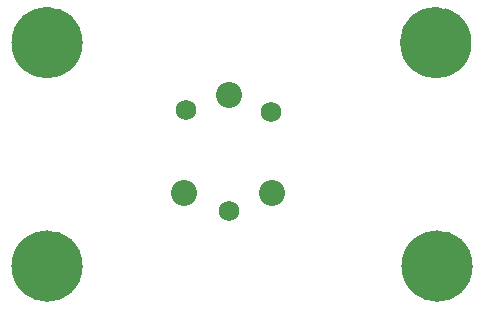
<source format=gbs>
%FSLAX23Y23*%
%MOIN*%
G70*
G01*
G75*
G04 Layer_Color=16711935*
%ADD10R,0.035X0.031*%
%ADD11R,0.079X0.079*%
%ADD12R,0.051X0.079*%
%ADD13R,0.118X0.039*%
%ADD14R,0.118X0.059*%
%ADD15C,0.010*%
%ADD16C,0.079*%
%ADD17C,0.060*%
%ADD18C,0.039*%
%ADD19C,0.236*%
%ADD20C,0.004*%
%ADD21C,0.000*%
%ADD22C,0.000*%
%ADD23C,0.059*%
%ADD24C,0.020*%
%ADD25R,0.043X0.039*%
%ADD26R,0.087X0.087*%
%ADD27R,0.059X0.087*%
%ADD28R,0.126X0.047*%
%ADD29R,0.126X0.067*%
%ADD30C,0.087*%
%ADD31C,0.068*%
D18*
X1397Y228D02*
D03*
X1523D02*
D03*
X1460Y254D02*
D03*
X1371Y165D02*
D03*
X1397Y102D02*
D03*
X1460Y76D02*
D03*
X1523Y102D02*
D03*
X1549Y165D02*
D03*
X1544Y910D02*
D03*
X1518Y847D02*
D03*
X1455Y821D02*
D03*
X1392Y847D02*
D03*
X1366Y910D02*
D03*
X1455Y999D02*
D03*
X1518Y973D02*
D03*
X1392D02*
D03*
X97Y228D02*
D03*
X223D02*
D03*
X160Y254D02*
D03*
X71Y165D02*
D03*
X97Y102D02*
D03*
X160Y76D02*
D03*
X223Y102D02*
D03*
X249Y165D02*
D03*
Y910D02*
D03*
X223Y847D02*
D03*
X160Y821D02*
D03*
X97Y847D02*
D03*
X71Y910D02*
D03*
X160Y999D02*
D03*
X223Y973D02*
D03*
X97D02*
D03*
D19*
X1460Y165D02*
D03*
X1455Y910D02*
D03*
X160Y165D02*
D03*
Y910D02*
D03*
D23*
X1549Y165D02*
G03*
X1549Y165I-89J0D01*
G01*
X1544Y910D02*
G03*
X1544Y910I-89J0D01*
G01*
X249Y165D02*
G03*
X249Y165I-89J0D01*
G01*
Y910D02*
G03*
X249Y910I-89J0D01*
G01*
D30*
X909Y410D02*
D03*
X616Y409D02*
D03*
X767Y735D02*
D03*
D31*
X766Y350D02*
D03*
X907Y678D02*
D03*
X623Y685D02*
D03*
M02*

</source>
